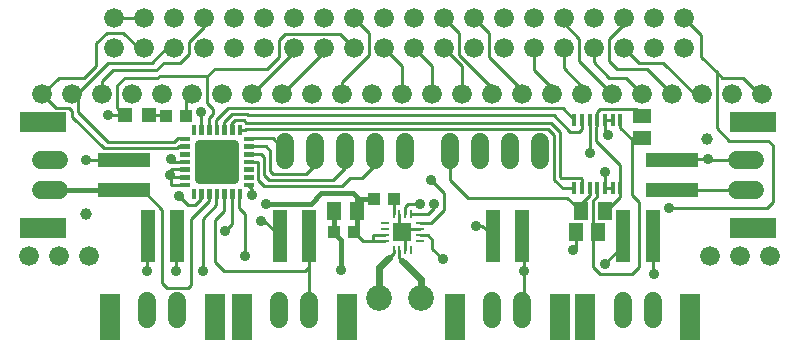
<source format=gbr>
G04 EAGLE Gerber RS-274X export*
G75*
%MOMM*%
%FSLAX34Y34*%
%LPD*%
%INTop Copper*%
%IPPOS*%
%AMOC8*
5,1,8,0,0,1.08239X$1,22.5*%
G01*
%ADD10C,1.676400*%
%ADD11C,0.080000*%
%ADD12C,0.740000*%
%ADD13R,1.300000X4.500000*%
%ADD14R,1.800000X3.900000*%
%ADD15R,4.500000X1.300000*%
%ADD16R,3.900000X1.800000*%
%ADD17C,1.508000*%
%ADD18C,1.000000*%
%ADD19R,0.304800X0.990600*%
%ADD20R,1.200000X1.500000*%
%ADD21R,1.500000X1.240000*%
%ADD22R,1.240000X1.500000*%
%ADD23R,1.500000X1.500000*%
%ADD24R,0.280000X0.800000*%
%ADD25R,0.800000X0.280000*%
%ADD26R,1.075000X1.000000*%
%ADD27C,2.184400*%
%ADD28R,1.200000X1.200000*%
%ADD29C,0.254000*%
%ADD30C,0.906400*%
%ADD31C,0.406400*%
%ADD32C,0.609600*%


D10*
X83700Y252300D03*
X83700Y277700D03*
X109100Y252300D03*
X109100Y277700D03*
X134500Y252300D03*
X134500Y277700D03*
X159900Y252300D03*
X159900Y277700D03*
X185300Y252300D03*
X185300Y277700D03*
X210700Y252300D03*
X210700Y277700D03*
X236100Y252300D03*
X236100Y277700D03*
X261500Y252300D03*
X261500Y277700D03*
X286900Y252300D03*
X286900Y277700D03*
X312300Y252300D03*
X312300Y277700D03*
X337700Y252300D03*
X337700Y277700D03*
X363100Y252300D03*
X363100Y277700D03*
X388500Y252300D03*
X388500Y277700D03*
X413900Y252300D03*
X413900Y277700D03*
X439300Y252300D03*
X439300Y277700D03*
X464700Y252300D03*
X464700Y277700D03*
X490100Y252300D03*
X490100Y277700D03*
X515500Y252300D03*
X515500Y277700D03*
X540900Y252300D03*
X540900Y277700D03*
X566300Y252300D03*
X566300Y277700D03*
X22860Y213360D03*
X48260Y213360D03*
X73660Y213360D03*
X99060Y213360D03*
X124460Y213360D03*
X149860Y213360D03*
X175260Y213360D03*
X200660Y213360D03*
X226060Y213360D03*
X251460Y213360D03*
X276860Y213360D03*
X302260Y213360D03*
X327660Y213360D03*
X353060Y213360D03*
X378460Y213360D03*
X403860Y213360D03*
X429260Y213360D03*
X454660Y213360D03*
X480060Y213360D03*
X505460Y213360D03*
X530860Y213360D03*
X556260Y213360D03*
X581660Y213360D03*
X607060Y213360D03*
X632460Y213360D03*
D11*
X188080Y187060D02*
X188080Y179360D01*
X188080Y187060D02*
X191280Y187060D01*
X191280Y179360D01*
X188080Y179360D01*
X188080Y180120D02*
X191280Y180120D01*
X191280Y180880D02*
X188080Y180880D01*
X188080Y181640D02*
X191280Y181640D01*
X191280Y182400D02*
X188080Y182400D01*
X188080Y183160D02*
X191280Y183160D01*
X191280Y183920D02*
X188080Y183920D01*
X188080Y184680D02*
X191280Y184680D01*
X191280Y185440D02*
X188080Y185440D01*
X188080Y186200D02*
X191280Y186200D01*
X191280Y186960D02*
X188080Y186960D01*
X181580Y187060D02*
X181580Y179360D01*
X181580Y187060D02*
X184780Y187060D01*
X184780Y179360D01*
X181580Y179360D01*
X181580Y180120D02*
X184780Y180120D01*
X184780Y180880D02*
X181580Y180880D01*
X181580Y181640D02*
X184780Y181640D01*
X184780Y182400D02*
X181580Y182400D01*
X181580Y183160D02*
X184780Y183160D01*
X184780Y183920D02*
X181580Y183920D01*
X181580Y184680D02*
X184780Y184680D01*
X184780Y185440D02*
X181580Y185440D01*
X181580Y186200D02*
X184780Y186200D01*
X184780Y186960D02*
X181580Y186960D01*
X175080Y187060D02*
X175080Y179360D01*
X175080Y187060D02*
X178280Y187060D01*
X178280Y179360D01*
X175080Y179360D01*
X175080Y180120D02*
X178280Y180120D01*
X178280Y180880D02*
X175080Y180880D01*
X175080Y181640D02*
X178280Y181640D01*
X178280Y182400D02*
X175080Y182400D01*
X175080Y183160D02*
X178280Y183160D01*
X178280Y183920D02*
X175080Y183920D01*
X175080Y184680D02*
X178280Y184680D01*
X178280Y185440D02*
X175080Y185440D01*
X175080Y186200D02*
X178280Y186200D01*
X178280Y186960D02*
X175080Y186960D01*
X168580Y187060D02*
X168580Y179360D01*
X168580Y187060D02*
X171780Y187060D01*
X171780Y179360D01*
X168580Y179360D01*
X168580Y180120D02*
X171780Y180120D01*
X171780Y180880D02*
X168580Y180880D01*
X168580Y181640D02*
X171780Y181640D01*
X171780Y182400D02*
X168580Y182400D01*
X168580Y183160D02*
X171780Y183160D01*
X171780Y183920D02*
X168580Y183920D01*
X168580Y184680D02*
X171780Y184680D01*
X171780Y185440D02*
X168580Y185440D01*
X168580Y186200D02*
X171780Y186200D01*
X171780Y186960D02*
X168580Y186960D01*
X162080Y187060D02*
X162080Y179360D01*
X162080Y187060D02*
X165280Y187060D01*
X165280Y179360D01*
X162080Y179360D01*
X162080Y180120D02*
X165280Y180120D01*
X165280Y180880D02*
X162080Y180880D01*
X162080Y181640D02*
X165280Y181640D01*
X165280Y182400D02*
X162080Y182400D01*
X162080Y183160D02*
X165280Y183160D01*
X165280Y183920D02*
X162080Y183920D01*
X162080Y184680D02*
X165280Y184680D01*
X165280Y185440D02*
X162080Y185440D01*
X162080Y186200D02*
X165280Y186200D01*
X165280Y186960D02*
X162080Y186960D01*
X155580Y187060D02*
X155580Y179360D01*
X155580Y187060D02*
X158780Y187060D01*
X158780Y179360D01*
X155580Y179360D01*
X155580Y180120D02*
X158780Y180120D01*
X158780Y180880D02*
X155580Y180880D01*
X155580Y181640D02*
X158780Y181640D01*
X158780Y182400D02*
X155580Y182400D01*
X155580Y183160D02*
X158780Y183160D01*
X158780Y183920D02*
X155580Y183920D01*
X155580Y184680D02*
X158780Y184680D01*
X158780Y185440D02*
X155580Y185440D01*
X155580Y186200D02*
X158780Y186200D01*
X158780Y186960D02*
X155580Y186960D01*
X149080Y187060D02*
X149080Y179360D01*
X149080Y187060D02*
X152280Y187060D01*
X152280Y179360D01*
X149080Y179360D01*
X149080Y180120D02*
X152280Y180120D01*
X152280Y180880D02*
X149080Y180880D01*
X149080Y181640D02*
X152280Y181640D01*
X152280Y182400D02*
X149080Y182400D01*
X149080Y183160D02*
X152280Y183160D01*
X152280Y183920D02*
X149080Y183920D01*
X149080Y184680D02*
X152280Y184680D01*
X152280Y185440D02*
X149080Y185440D01*
X149080Y186200D02*
X152280Y186200D01*
X152280Y186960D02*
X149080Y186960D01*
X139330Y177310D02*
X139330Y174110D01*
X139330Y177310D02*
X147030Y177310D01*
X147030Y174110D01*
X139330Y174110D01*
X139330Y174870D02*
X147030Y174870D01*
X147030Y175630D02*
X139330Y175630D01*
X139330Y176390D02*
X147030Y176390D01*
X147030Y177150D02*
X139330Y177150D01*
X139330Y170810D02*
X139330Y167610D01*
X139330Y170810D02*
X147030Y170810D01*
X147030Y167610D01*
X139330Y167610D01*
X139330Y168370D02*
X147030Y168370D01*
X147030Y169130D02*
X139330Y169130D01*
X139330Y169890D02*
X147030Y169890D01*
X147030Y170650D02*
X139330Y170650D01*
X139330Y164310D02*
X139330Y161110D01*
X139330Y164310D02*
X147030Y164310D01*
X147030Y161110D01*
X139330Y161110D01*
X139330Y161870D02*
X147030Y161870D01*
X147030Y162630D02*
X139330Y162630D01*
X139330Y163390D02*
X147030Y163390D01*
X147030Y164150D02*
X139330Y164150D01*
X139330Y157810D02*
X139330Y154610D01*
X139330Y157810D02*
X147030Y157810D01*
X147030Y154610D01*
X139330Y154610D01*
X139330Y155370D02*
X147030Y155370D01*
X147030Y156130D02*
X139330Y156130D01*
X139330Y156890D02*
X147030Y156890D01*
X147030Y157650D02*
X139330Y157650D01*
X139330Y151310D02*
X139330Y148110D01*
X139330Y151310D02*
X147030Y151310D01*
X147030Y148110D01*
X139330Y148110D01*
X139330Y148870D02*
X147030Y148870D01*
X147030Y149630D02*
X139330Y149630D01*
X139330Y150390D02*
X147030Y150390D01*
X147030Y151150D02*
X139330Y151150D01*
X139330Y144810D02*
X139330Y141610D01*
X139330Y144810D02*
X147030Y144810D01*
X147030Y141610D01*
X139330Y141610D01*
X139330Y142370D02*
X147030Y142370D01*
X147030Y143130D02*
X139330Y143130D01*
X139330Y143890D02*
X147030Y143890D01*
X147030Y144650D02*
X139330Y144650D01*
X139330Y138310D02*
X139330Y135110D01*
X139330Y138310D02*
X147030Y138310D01*
X147030Y135110D01*
X139330Y135110D01*
X139330Y135870D02*
X147030Y135870D01*
X147030Y136630D02*
X139330Y136630D01*
X139330Y137390D02*
X147030Y137390D01*
X147030Y138150D02*
X139330Y138150D01*
X149080Y133060D02*
X149080Y125360D01*
X149080Y133060D02*
X152280Y133060D01*
X152280Y125360D01*
X149080Y125360D01*
X149080Y126120D02*
X152280Y126120D01*
X152280Y126880D02*
X149080Y126880D01*
X149080Y127640D02*
X152280Y127640D01*
X152280Y128400D02*
X149080Y128400D01*
X149080Y129160D02*
X152280Y129160D01*
X152280Y129920D02*
X149080Y129920D01*
X149080Y130680D02*
X152280Y130680D01*
X152280Y131440D02*
X149080Y131440D01*
X149080Y132200D02*
X152280Y132200D01*
X152280Y132960D02*
X149080Y132960D01*
X155580Y133060D02*
X155580Y125360D01*
X155580Y133060D02*
X158780Y133060D01*
X158780Y125360D01*
X155580Y125360D01*
X155580Y126120D02*
X158780Y126120D01*
X158780Y126880D02*
X155580Y126880D01*
X155580Y127640D02*
X158780Y127640D01*
X158780Y128400D02*
X155580Y128400D01*
X155580Y129160D02*
X158780Y129160D01*
X158780Y129920D02*
X155580Y129920D01*
X155580Y130680D02*
X158780Y130680D01*
X158780Y131440D02*
X155580Y131440D01*
X155580Y132200D02*
X158780Y132200D01*
X158780Y132960D02*
X155580Y132960D01*
X162080Y133060D02*
X162080Y125360D01*
X162080Y133060D02*
X165280Y133060D01*
X165280Y125360D01*
X162080Y125360D01*
X162080Y126120D02*
X165280Y126120D01*
X165280Y126880D02*
X162080Y126880D01*
X162080Y127640D02*
X165280Y127640D01*
X165280Y128400D02*
X162080Y128400D01*
X162080Y129160D02*
X165280Y129160D01*
X165280Y129920D02*
X162080Y129920D01*
X162080Y130680D02*
X165280Y130680D01*
X165280Y131440D02*
X162080Y131440D01*
X162080Y132200D02*
X165280Y132200D01*
X165280Y132960D02*
X162080Y132960D01*
X168580Y133060D02*
X168580Y125360D01*
X168580Y133060D02*
X171780Y133060D01*
X171780Y125360D01*
X168580Y125360D01*
X168580Y126120D02*
X171780Y126120D01*
X171780Y126880D02*
X168580Y126880D01*
X168580Y127640D02*
X171780Y127640D01*
X171780Y128400D02*
X168580Y128400D01*
X168580Y129160D02*
X171780Y129160D01*
X171780Y129920D02*
X168580Y129920D01*
X168580Y130680D02*
X171780Y130680D01*
X171780Y131440D02*
X168580Y131440D01*
X168580Y132200D02*
X171780Y132200D01*
X171780Y132960D02*
X168580Y132960D01*
X175080Y133060D02*
X175080Y125360D01*
X175080Y133060D02*
X178280Y133060D01*
X178280Y125360D01*
X175080Y125360D01*
X175080Y126120D02*
X178280Y126120D01*
X178280Y126880D02*
X175080Y126880D01*
X175080Y127640D02*
X178280Y127640D01*
X178280Y128400D02*
X175080Y128400D01*
X175080Y129160D02*
X178280Y129160D01*
X178280Y129920D02*
X175080Y129920D01*
X175080Y130680D02*
X178280Y130680D01*
X178280Y131440D02*
X175080Y131440D01*
X175080Y132200D02*
X178280Y132200D01*
X178280Y132960D02*
X175080Y132960D01*
X181580Y133060D02*
X181580Y125360D01*
X181580Y133060D02*
X184780Y133060D01*
X184780Y125360D01*
X181580Y125360D01*
X181580Y126120D02*
X184780Y126120D01*
X184780Y126880D02*
X181580Y126880D01*
X181580Y127640D02*
X184780Y127640D01*
X184780Y128400D02*
X181580Y128400D01*
X181580Y129160D02*
X184780Y129160D01*
X184780Y129920D02*
X181580Y129920D01*
X181580Y130680D02*
X184780Y130680D01*
X184780Y131440D02*
X181580Y131440D01*
X181580Y132200D02*
X184780Y132200D01*
X184780Y132960D02*
X181580Y132960D01*
X188080Y133060D02*
X188080Y125360D01*
X188080Y133060D02*
X191280Y133060D01*
X191280Y125360D01*
X188080Y125360D01*
X188080Y126120D02*
X191280Y126120D01*
X191280Y126880D02*
X188080Y126880D01*
X188080Y127640D02*
X191280Y127640D01*
X191280Y128400D02*
X188080Y128400D01*
X188080Y129160D02*
X191280Y129160D01*
X191280Y129920D02*
X188080Y129920D01*
X188080Y130680D02*
X191280Y130680D01*
X191280Y131440D02*
X188080Y131440D01*
X188080Y132200D02*
X191280Y132200D01*
X191280Y132960D02*
X188080Y132960D01*
X193330Y135110D02*
X193330Y138310D01*
X201030Y138310D01*
X201030Y135110D01*
X193330Y135110D01*
X193330Y135870D02*
X201030Y135870D01*
X201030Y136630D02*
X193330Y136630D01*
X193330Y137390D02*
X201030Y137390D01*
X201030Y138150D02*
X193330Y138150D01*
X193330Y141610D02*
X193330Y144810D01*
X201030Y144810D01*
X201030Y141610D01*
X193330Y141610D01*
X193330Y142370D02*
X201030Y142370D01*
X201030Y143130D02*
X193330Y143130D01*
X193330Y143890D02*
X201030Y143890D01*
X201030Y144650D02*
X193330Y144650D01*
X193330Y148110D02*
X193330Y151310D01*
X201030Y151310D01*
X201030Y148110D01*
X193330Y148110D01*
X193330Y148870D02*
X201030Y148870D01*
X201030Y149630D02*
X193330Y149630D01*
X193330Y150390D02*
X201030Y150390D01*
X201030Y151150D02*
X193330Y151150D01*
X193330Y154610D02*
X193330Y157810D01*
X201030Y157810D01*
X201030Y154610D01*
X193330Y154610D01*
X193330Y155370D02*
X201030Y155370D01*
X201030Y156130D02*
X193330Y156130D01*
X193330Y156890D02*
X201030Y156890D01*
X201030Y157650D02*
X193330Y157650D01*
X193330Y161110D02*
X193330Y164310D01*
X201030Y164310D01*
X201030Y161110D01*
X193330Y161110D01*
X193330Y161870D02*
X201030Y161870D01*
X201030Y162630D02*
X193330Y162630D01*
X193330Y163390D02*
X201030Y163390D01*
X201030Y164150D02*
X193330Y164150D01*
X193330Y167610D02*
X193330Y170810D01*
X201030Y170810D01*
X201030Y167610D01*
X193330Y167610D01*
X193330Y168370D02*
X201030Y168370D01*
X201030Y169130D02*
X193330Y169130D01*
X193330Y169890D02*
X201030Y169890D01*
X201030Y170650D02*
X193330Y170650D01*
X193330Y174110D02*
X193330Y177310D01*
X201030Y177310D01*
X201030Y174110D01*
X193330Y174110D01*
X193330Y174870D02*
X201030Y174870D01*
X201030Y175630D02*
X193330Y175630D01*
X193330Y176390D02*
X201030Y176390D01*
X201030Y177150D02*
X193330Y177150D01*
D12*
X155380Y171010D02*
X155380Y141410D01*
X155380Y171010D02*
X184980Y171010D01*
X184980Y141410D01*
X155380Y141410D01*
X155380Y148440D02*
X184980Y148440D01*
X184980Y155470D02*
X155380Y155470D01*
X155380Y162500D02*
X184980Y162500D01*
X184980Y169530D02*
X155380Y169530D01*
D13*
X539550Y92850D03*
X514550Y92850D03*
D14*
X571550Y24850D03*
X482550Y24850D03*
D13*
X429060Y92850D03*
X404060Y92850D03*
D14*
X461060Y24850D03*
X372060Y24850D03*
D13*
X248720Y92850D03*
X223720Y92850D03*
D14*
X280720Y24850D03*
X191720Y24850D03*
D15*
X91580Y132280D03*
X91580Y157280D03*
D16*
X23580Y100280D03*
X23580Y189280D03*
D13*
X136960Y92850D03*
X111960Y92850D03*
D14*
X168960Y24850D03*
X79960Y24850D03*
D17*
X330200Y157560D02*
X330200Y172640D01*
X304800Y172640D02*
X304800Y157560D01*
X279400Y157560D02*
X279400Y172640D01*
X254000Y172640D02*
X254000Y157560D01*
X228600Y157560D02*
X228600Y172640D01*
D18*
X585470Y175260D03*
X59690Y111760D03*
D15*
X556120Y157280D03*
X556120Y132280D03*
D16*
X624120Y189280D03*
X624120Y100280D03*
D19*
X473260Y133382D03*
X479760Y133382D03*
X486260Y133382D03*
X492760Y133382D03*
X499260Y133382D03*
X505760Y133382D03*
X512260Y133382D03*
X512260Y191738D03*
X505760Y191738D03*
X499260Y191738D03*
X492760Y191738D03*
X486260Y191738D03*
X479760Y191738D03*
X473260Y191738D03*
D20*
X478450Y114300D03*
X499450Y114300D03*
D21*
X530860Y194920D03*
X530860Y175920D03*
D22*
X493370Y96520D03*
X474370Y96520D03*
D23*
X327660Y96520D03*
D24*
X335160Y111520D03*
X330160Y111520D03*
X325160Y111520D03*
X320160Y111520D03*
D25*
X312660Y104020D03*
X312660Y99020D03*
X312660Y94020D03*
X312660Y89020D03*
D24*
X320160Y81520D03*
X325160Y81520D03*
X330160Y81520D03*
X335160Y81520D03*
D25*
X342660Y89020D03*
X342660Y94020D03*
X342660Y99020D03*
X342660Y104020D03*
D26*
X320920Y124460D03*
X303920Y124460D03*
X286630Y96520D03*
X269630Y96520D03*
D22*
X288900Y114300D03*
X269900Y114300D03*
D27*
X343120Y40640D03*
X308120Y40640D03*
D17*
X444500Y157560D02*
X444500Y172640D01*
X419100Y172640D02*
X419100Y157560D01*
X393700Y157560D02*
X393700Y172640D01*
X368300Y172640D02*
X368300Y157560D01*
D10*
X588010Y76200D03*
X613410Y76200D03*
X638810Y76200D03*
X11430Y76200D03*
X36830Y76200D03*
X62230Y76200D03*
D17*
X429260Y38020D02*
X429260Y22940D01*
X403860Y22940D02*
X403860Y38020D01*
X539750Y38020D02*
X539750Y22940D01*
X514350Y22940D02*
X514350Y38020D01*
X610950Y157480D02*
X626030Y157480D01*
X626030Y132080D02*
X610950Y132080D01*
X248920Y38020D02*
X248920Y22940D01*
X223520Y22940D02*
X223520Y38020D01*
X137160Y38020D02*
X137160Y22940D01*
X111760Y22940D02*
X111760Y38020D01*
X36750Y132080D02*
X21670Y132080D01*
X21670Y157480D02*
X36750Y157480D01*
D28*
X113370Y195580D03*
X92370Y195580D03*
D26*
X127390Y194945D03*
X144390Y194945D03*
D29*
X36830Y227330D02*
X22860Y213360D01*
X36830Y227330D02*
X58420Y227330D01*
X68580Y237490D01*
X68580Y256540D01*
X77470Y265430D01*
X91440Y265430D01*
X104570Y252300D01*
X109100Y252300D01*
X48260Y194310D02*
X74930Y167640D01*
X48260Y194310D02*
X48260Y199390D01*
X45720Y201930D01*
X34290Y201930D01*
X22860Y213360D01*
X74930Y167640D02*
X137160Y167640D01*
X138730Y169210D01*
X143180Y169210D01*
X52070Y213360D02*
X48260Y213360D01*
X52070Y213360D02*
X78740Y240030D01*
X115570Y240030D01*
X127840Y252300D01*
X134500Y252300D01*
X78740Y172720D02*
X53340Y198120D01*
X53340Y208280D01*
X48260Y213360D01*
X78740Y172720D02*
X134620Y172720D01*
X137610Y175710D01*
X143180Y175710D01*
X157180Y129210D02*
X157180Y124160D01*
X152400Y119380D01*
X146050Y119380D01*
X138430Y127000D01*
D30*
X138430Y127000D03*
D29*
X144390Y194945D02*
X144390Y207890D01*
X149860Y213360D01*
X236100Y248800D02*
X236100Y252300D01*
X236100Y248800D02*
X200660Y213360D01*
X261500Y248800D02*
X261500Y252300D01*
X261500Y248800D02*
X226060Y213360D01*
X312300Y252300D02*
X327660Y236940D01*
X327660Y213360D01*
X353060Y236940D02*
X337700Y252300D01*
X353060Y236940D02*
X353060Y213360D01*
X378460Y236940D02*
X363100Y252300D01*
X378460Y236940D02*
X378460Y213360D01*
X439300Y233800D02*
X439300Y252300D01*
X439300Y233800D02*
X454660Y218440D01*
X454660Y213360D01*
X464700Y235070D02*
X464700Y252300D01*
X464700Y235070D02*
X480060Y219710D01*
X480060Y213360D01*
X490100Y240150D02*
X490100Y252300D01*
X490100Y240150D02*
X502920Y227330D01*
X516890Y227330D01*
X530860Y213360D01*
X132080Y143510D02*
X132080Y143210D01*
X132080Y143510D02*
X132080Y149710D01*
X132080Y136710D02*
X143180Y136710D01*
X132080Y136710D02*
X132080Y143210D01*
D30*
X130810Y144780D03*
D29*
X131780Y143510D02*
X132080Y143210D01*
X162560Y228600D02*
X168910Y234950D01*
X213360Y234950D01*
X223520Y245110D01*
X223520Y259080D01*
X228600Y264160D01*
X275040Y264160D01*
X286900Y252300D01*
D30*
X78740Y195580D03*
D29*
X486260Y133382D02*
X486260Y128120D01*
X478450Y120310D01*
X478450Y114300D01*
X368300Y140970D02*
X368300Y165100D01*
X368300Y140970D02*
X383540Y125730D01*
X467020Y125730D01*
X478450Y114300D01*
X143180Y149710D02*
X132080Y149710D01*
X132380Y143210D02*
X143180Y143210D01*
X132080Y143510D02*
X130810Y144780D01*
X162560Y205775D02*
X162560Y228600D01*
X121920Y228600D01*
X120650Y227330D01*
X92710Y227330D01*
X86360Y220980D01*
X86360Y201930D01*
X163680Y192890D02*
X163680Y183210D01*
X163680Y192890D02*
X167640Y196850D01*
X167640Y200695D01*
X162560Y205775D01*
X92370Y195580D02*
X78740Y195580D01*
X86360Y201930D02*
X92710Y195580D01*
X92370Y195580D01*
X132080Y143510D02*
X132380Y143210D01*
X330160Y99020D02*
X342660Y99020D01*
X330160Y99020D02*
X327660Y96520D01*
X325160Y99020D02*
X325160Y111520D01*
X325160Y99020D02*
X327660Y96520D01*
X330160Y94020D02*
X330160Y81520D01*
X330160Y94020D02*
X327660Y96520D01*
D30*
X327660Y96520D03*
D29*
X395310Y101600D02*
X404060Y92850D01*
X395310Y101600D02*
X389890Y101600D01*
D30*
X389890Y101600D03*
D29*
X111960Y92850D02*
X111760Y92650D01*
X111760Y63500D01*
D30*
X111760Y63500D03*
X157480Y198120D03*
D29*
X91580Y157280D02*
X59890Y157280D01*
X59690Y157480D01*
D30*
X59690Y157480D03*
X275590Y64770D03*
X208280Y106045D03*
X499110Y69850D03*
D29*
X556120Y132280D02*
X618290Y132280D01*
X486260Y163830D02*
X486260Y191738D01*
X486260Y163830D02*
X486410Y163830D01*
D30*
X486410Y163830D03*
X472440Y81280D03*
D29*
X618290Y132280D02*
X618490Y132080D01*
D31*
X275590Y89780D02*
X275590Y64770D01*
D29*
X157180Y183210D02*
X157180Y197820D01*
X157480Y198120D01*
X210525Y106045D02*
X223720Y92850D01*
X210525Y106045D02*
X208280Y106045D01*
X474370Y96520D02*
X474370Y83210D01*
X472440Y81280D01*
D31*
X269900Y98790D02*
X269900Y114300D01*
D29*
X514550Y92850D02*
X514550Y85290D01*
X499110Y69850D01*
D31*
X275590Y89780D02*
X269630Y95740D01*
X269630Y96520D01*
X269630Y98520D02*
X269900Y98790D01*
X269630Y98520D02*
X269630Y96520D01*
D29*
X119380Y233680D02*
X82550Y233680D01*
X119380Y233680D02*
X125730Y240030D01*
X139700Y240030D01*
X147320Y247650D01*
X147320Y257810D01*
X159900Y270390D01*
X159900Y277700D01*
X82550Y233680D02*
X73660Y224790D01*
X73660Y213360D01*
X286900Y277700D02*
X299720Y264880D01*
X299720Y246380D01*
X276860Y223520D01*
X276860Y213360D01*
X363100Y277700D02*
X375920Y264880D01*
X375920Y246380D01*
X403860Y218440D01*
X403860Y213360D01*
X401320Y264880D02*
X388500Y277700D01*
X401320Y264880D02*
X401320Y245110D01*
X429260Y217170D01*
X429260Y213360D01*
X515500Y272930D02*
X515500Y277700D01*
X515500Y272930D02*
X502920Y260350D01*
X502920Y241300D01*
X509270Y234950D01*
X534670Y234950D01*
X556260Y213360D01*
X464700Y273170D02*
X464700Y277700D01*
X464700Y273170D02*
X477520Y260350D01*
X477520Y241300D01*
X505460Y213360D01*
X163830Y129060D02*
X163830Y123190D01*
X163830Y129060D02*
X163680Y129210D01*
X148590Y107950D02*
X148590Y52070D01*
X148590Y107950D02*
X163830Y123190D01*
X124460Y115570D02*
X124460Y53340D01*
X128270Y49530D01*
X146050Y49530D01*
X148590Y52070D01*
D31*
X91580Y132080D02*
X29210Y132080D01*
X91580Y132080D02*
X91580Y132280D01*
D29*
X107750Y132280D01*
X124460Y115570D01*
X136960Y97590D02*
X136960Y92850D01*
X170180Y119380D02*
X170180Y129210D01*
X170180Y119380D02*
X158750Y107950D01*
X158750Y63500D01*
D30*
X158750Y63500D03*
X135890Y63500D03*
D29*
X135890Y91780D01*
X136960Y92850D01*
X190500Y63500D02*
X191770Y63500D01*
X245110Y63500D01*
X248720Y67110D01*
X248720Y92850D01*
X248920Y92650D02*
X248920Y30480D01*
X248920Y92650D02*
X248720Y92850D01*
X176680Y114450D02*
X176680Y129210D01*
X176680Y114450D02*
X168910Y106680D01*
X168910Y71120D01*
X176530Y63500D01*
X190500Y63500D01*
D30*
X177800Y97790D03*
X430530Y63500D03*
D29*
X430530Y91380D01*
X429060Y92850D01*
X430530Y63500D02*
X430530Y31750D01*
X429260Y30480D01*
X183180Y103170D02*
X183180Y129210D01*
X183180Y103170D02*
X177800Y97790D01*
X194310Y111880D02*
X194310Y76200D01*
D30*
X194310Y76200D03*
X541020Y60960D03*
D29*
X189680Y116510D02*
X189680Y129210D01*
X189680Y116510D02*
X194310Y111880D01*
X539550Y92850D02*
X539550Y62430D01*
X541020Y60960D01*
X217990Y175710D02*
X197180Y175710D01*
X217990Y175710D02*
X228600Y165100D01*
X211790Y169210D02*
X197180Y169210D01*
X215900Y165100D02*
X215900Y148590D01*
X218440Y146050D02*
X246380Y146050D01*
X254000Y153670D01*
X254000Y165100D01*
X218440Y146050D02*
X215900Y148590D01*
X215900Y165100D02*
X211790Y169210D01*
X208130Y162710D02*
X197180Y162710D01*
X210820Y160020D02*
X210820Y144780D01*
X214630Y140970D02*
X269240Y140970D01*
X279400Y151130D01*
X279400Y165100D01*
X214630Y140970D02*
X210820Y144780D01*
X210820Y160020D02*
X208130Y162710D01*
X205740Y156210D02*
X197180Y156210D01*
X205740Y156210D02*
X205740Y140970D01*
X210820Y135890D02*
X276860Y135890D01*
X283210Y142240D01*
X293370Y142240D01*
X304800Y153670D01*
X304800Y165100D01*
X210820Y135890D02*
X205740Y140970D01*
D30*
X200660Y127635D03*
X586740Y158750D03*
D29*
X557590Y158750D01*
X556120Y157280D01*
X588010Y157480D02*
X618490Y157480D01*
X588010Y157480D02*
X586740Y158750D01*
X200660Y133230D02*
X197180Y136710D01*
X200660Y133230D02*
X200660Y127635D01*
X492760Y191738D02*
X492760Y198120D01*
X495300Y200660D01*
X525120Y200660D01*
X492760Y191738D02*
X492760Y186690D01*
X491490Y185420D01*
X491490Y173990D01*
X512260Y153220D02*
X512260Y133382D01*
X500380Y114300D02*
X499450Y114300D01*
X500380Y114300D02*
X512260Y126180D01*
X512260Y133382D01*
X512260Y153220D02*
X491490Y173990D01*
X525120Y200660D02*
X530860Y194920D01*
X512260Y191738D02*
X512260Y184970D01*
X521970Y175260D01*
X531520Y175260D01*
X535940Y175260D01*
X531520Y175260D02*
X530860Y175920D01*
X492760Y133382D02*
X492760Y127000D01*
X488950Y123190D01*
X488950Y99720D01*
X521970Y128270D02*
X521970Y175260D01*
X521970Y128270D02*
X528320Y121920D01*
X528320Y67310D01*
X521970Y60960D01*
X495300Y60960D01*
X488950Y67310D01*
X488950Y92100D01*
X493370Y96520D01*
X490170Y99720D02*
X488950Y99720D01*
X490170Y99720D02*
X493370Y96520D01*
X109100Y277700D02*
X83700Y277700D01*
X302750Y89020D02*
X312660Y89020D01*
D30*
X212090Y120650D03*
D31*
X250190Y120650D01*
X259080Y129540D01*
X285750Y129540D01*
X288900Y126390D01*
X288900Y124460D01*
X288900Y114300D01*
X288900Y124460D02*
X303920Y124460D01*
D29*
X302750Y89290D02*
X302750Y89020D01*
X293860Y89290D02*
X286630Y96520D01*
X293860Y89290D02*
X302750Y89290D01*
X302750Y94020D02*
X312660Y94020D01*
X302750Y94020D02*
X302750Y89290D01*
D31*
X288900Y96520D02*
X286630Y96520D01*
X288900Y96520D02*
X288900Y114300D01*
D29*
X479760Y133382D02*
X479760Y141270D01*
X478790Y142240D01*
X462280Y142240D01*
X461010Y143510D01*
X461010Y181610D01*
X453390Y189230D01*
X195580Y189230D01*
X193675Y191135D01*
X186055Y191135D01*
X182880Y187960D01*
X182880Y183510D01*
X183180Y183210D01*
X463518Y133382D02*
X473260Y133382D01*
X463518Y133382D02*
X455930Y140970D01*
X455930Y179070D01*
X450850Y184150D01*
X195580Y184150D01*
X194640Y183210D01*
X189680Y183210D01*
X463703Y201295D02*
X473260Y191738D01*
X463703Y201295D02*
X179705Y201295D01*
X170180Y191770D01*
X170180Y183210D01*
X176680Y183210D02*
X176680Y189380D01*
X183515Y196215D01*
X196215Y196215D01*
X196850Y195580D01*
X455930Y195580D01*
X469900Y181610D01*
X477520Y181610D01*
X479760Y183850D01*
X479760Y191738D01*
X499260Y133382D02*
X505760Y133382D01*
X499260Y133382D02*
X499110Y133532D01*
X499110Y147320D01*
D30*
X499110Y147320D03*
D29*
X499260Y191738D02*
X505760Y191738D01*
X499260Y191738D02*
X499260Y181460D01*
D30*
X501650Y179070D03*
D29*
X499260Y181460D01*
X320160Y123700D02*
X320160Y111520D01*
X320160Y123700D02*
X320920Y124460D01*
X325160Y81520D02*
X325160Y74890D01*
X327660Y72390D01*
D32*
X343120Y56930D01*
X343120Y40640D01*
D29*
X320160Y78860D02*
X320160Y81520D01*
X320160Y78860D02*
X316230Y74930D01*
D32*
X308120Y66820D01*
X308120Y40640D01*
D29*
X342660Y104020D02*
X351670Y104020D01*
X363220Y115570D01*
X363220Y129540D01*
X351790Y140970D01*
D30*
X351790Y140970D03*
D29*
X349210Y94020D02*
X342660Y94020D01*
X349210Y94020D02*
X353060Y90170D01*
X353060Y82550D01*
X361950Y73660D01*
D30*
X361950Y73660D03*
D29*
X527770Y240030D02*
X515500Y252300D01*
X527770Y240030D02*
X548640Y240030D01*
X575310Y213360D01*
X581660Y213360D01*
X580390Y263610D02*
X566300Y277700D01*
X580390Y263610D02*
X580390Y245110D01*
X593725Y231775D01*
X598170Y227330D01*
X615950Y227330D01*
X629920Y213360D01*
D30*
X354330Y120650D03*
X553720Y116840D03*
D29*
X636270Y116840D01*
X593725Y184785D02*
X593725Y231775D01*
X629920Y213360D02*
X632460Y213360D01*
X593725Y184785D02*
X604520Y173990D01*
X637540Y173990D01*
X641350Y170180D01*
X641350Y121920D01*
X636270Y116840D01*
X349250Y111760D02*
X349250Y111640D01*
X349250Y111760D02*
X354330Y116840D01*
X354330Y120650D01*
X349250Y111640D02*
X335280Y111640D01*
X335160Y111520D01*
X330160Y111520D02*
X330160Y118070D01*
X332740Y120650D01*
X342900Y120650D01*
D30*
X342900Y120650D03*
X132080Y158750D03*
D29*
X134620Y156210D01*
X143180Y156210D01*
X127390Y195580D02*
X113370Y195580D01*
X127390Y195580D02*
X127390Y194945D01*
M02*

</source>
